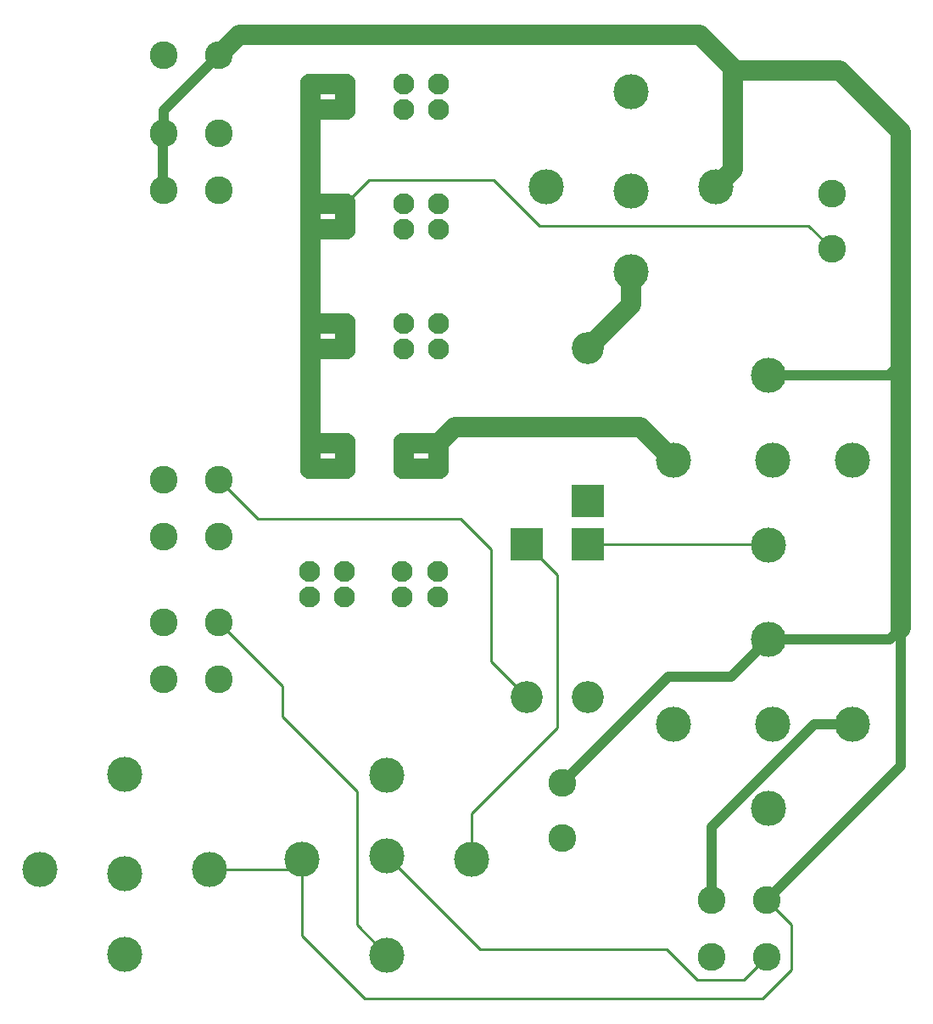
<source format=gbl>
%TF.GenerationSoftware,KiCad,Pcbnew,(6.0.5-0)*%
%TF.CreationDate,2022-06-03T22:28:26+01:00*%
%TF.ProjectId,12v-front-pcb,3132762d-6672-46f6-9e74-2d7063622e6b,rev?*%
%TF.SameCoordinates,Original*%
%TF.FileFunction,Copper,L2,Bot*%
%TF.FilePolarity,Positive*%
%FSLAX46Y46*%
G04 Gerber Fmt 4.6, Leading zero omitted, Abs format (unit mm)*
G04 Created by KiCad (PCBNEW (6.0.5-0)) date 2022-06-03 22:28:26*
%MOMM*%
%LPD*%
G01*
G04 APERTURE LIST*
%TA.AperFunction,ComponentPad*%
%ADD10C,2.775000*%
%TD*%
%TA.AperFunction,ComponentPad*%
%ADD11C,3.510000*%
%TD*%
%TA.AperFunction,ComponentPad*%
%ADD12C,2.100000*%
%TD*%
%TA.AperFunction,ComponentPad*%
%ADD13R,3.200000X3.200000*%
%TD*%
%TA.AperFunction,ComponentPad*%
%ADD14O,3.200000X3.200000*%
%TD*%
%TA.AperFunction,Conductor*%
%ADD15C,0.250000*%
%TD*%
%TA.AperFunction,Conductor*%
%ADD16C,2.000000*%
%TD*%
%TA.AperFunction,Conductor*%
%ADD17C,1.000000*%
%TD*%
G04 APERTURE END LIST*
D10*
X207518000Y-168624000D03*
X207518000Y-174124000D03*
X173260000Y-152598000D03*
X173260000Y-158298000D03*
X167760000Y-152598000D03*
X167760000Y-158298000D03*
X234442000Y-115348000D03*
X234442000Y-109848000D03*
X173260000Y-103830000D03*
X173260000Y-109530000D03*
X167760000Y-103830000D03*
X167760000Y-109530000D03*
X173260000Y-138374000D03*
X173260000Y-144074000D03*
X167760000Y-138374000D03*
X167760000Y-144074000D03*
X222404000Y-185984000D03*
X222404000Y-180284000D03*
X227904000Y-185984000D03*
X227904000Y-180284000D03*
X173260000Y-96012000D03*
X167760000Y-96012000D03*
D11*
X236539000Y-136398000D03*
X228539000Y-136398000D03*
X218629000Y-136398000D03*
X228129000Y-144848000D03*
X228129000Y-127948000D03*
X172280000Y-177264000D03*
X155380000Y-177264000D03*
X163830000Y-167764000D03*
X163830000Y-177674000D03*
X163830000Y-185674000D03*
D12*
X182372000Y-125285000D03*
X185872000Y-125285000D03*
X191672000Y-125285000D03*
X195172000Y-125285000D03*
X195172000Y-122785000D03*
X191672000Y-122785000D03*
X185872000Y-122785000D03*
X182372000Y-122785000D03*
D11*
X228129000Y-154259000D03*
X228129000Y-171159000D03*
X218629000Y-162709000D03*
X228539000Y-162709000D03*
X236539000Y-162709000D03*
D12*
X182372000Y-113347000D03*
X185872000Y-113347000D03*
X191672000Y-113347000D03*
X195172000Y-113347000D03*
X195172000Y-110847000D03*
X191672000Y-110847000D03*
X185872000Y-110847000D03*
X182372000Y-110847000D03*
D11*
X214376000Y-117602000D03*
X214376000Y-109602000D03*
X214376000Y-99692000D03*
X205926000Y-109192000D03*
X222826000Y-109192000D03*
D12*
X182372000Y-101409000D03*
X185872000Y-101409000D03*
X191672000Y-101409000D03*
X195172000Y-101409000D03*
X195172000Y-98909000D03*
X191672000Y-98909000D03*
X185872000Y-98909000D03*
X182372000Y-98909000D03*
X195072000Y-147511000D03*
X191572000Y-147511000D03*
X185772000Y-147511000D03*
X182272000Y-147511000D03*
X182272000Y-150011000D03*
X185772000Y-150011000D03*
X191572000Y-150011000D03*
X195072000Y-150011000D03*
D11*
X189992000Y-167829000D03*
X189992000Y-175829000D03*
X189992000Y-185739000D03*
X198442000Y-176239000D03*
X181542000Y-176239000D03*
D13*
X203962000Y-144780000D03*
D14*
X203962000Y-160020000D03*
D13*
X210058000Y-144780000D03*
D14*
X210058000Y-160020000D03*
D13*
X210058000Y-140462000D03*
D14*
X210058000Y-125222000D03*
D12*
X182372000Y-137223000D03*
X185872000Y-137223000D03*
X191672000Y-137223000D03*
X195172000Y-137223000D03*
X195172000Y-134723000D03*
X191672000Y-134723000D03*
X185872000Y-134723000D03*
X182372000Y-134723000D03*
D15*
X181542000Y-176239000D02*
X181542000Y-183800649D01*
X181542000Y-183800649D02*
X187817392Y-190076041D01*
X187817392Y-190076041D02*
X227499959Y-190076041D01*
X227499959Y-190076041D02*
X230378000Y-187198000D01*
X230378000Y-182758000D02*
X227904000Y-180284000D01*
X230378000Y-187198000D02*
X230378000Y-182758000D01*
X189992000Y-175829000D02*
X199313597Y-185150597D01*
X199313597Y-185150597D02*
X217916597Y-185150597D01*
X225674000Y-188214000D02*
X227904000Y-185984000D01*
X217916597Y-185150597D02*
X220980000Y-188214000D01*
X220980000Y-188214000D02*
X225674000Y-188214000D01*
D16*
X185872000Y-98909000D02*
X182372000Y-98909000D01*
X185872000Y-101409000D02*
X185872000Y-98909000D01*
X182372000Y-101409000D02*
X185872000Y-101409000D01*
X182372000Y-110847000D02*
X185872000Y-110847000D01*
X185872000Y-113347000D02*
X185872000Y-110847000D01*
X182372000Y-113347000D02*
X185872000Y-113347000D01*
X185872000Y-122785000D02*
X182372000Y-122785000D01*
X185872000Y-125285000D02*
X185872000Y-122785000D01*
X182372000Y-125285000D02*
X185872000Y-125285000D01*
X195172000Y-137223000D02*
X195172000Y-134723000D01*
X191672000Y-137223000D02*
X195172000Y-137223000D01*
X191672000Y-134723000D02*
X191672000Y-137223000D01*
X195172000Y-134723000D02*
X191672000Y-134723000D01*
X185872000Y-134723000D02*
X182372000Y-134723000D01*
X185872000Y-137223000D02*
X185872000Y-134723000D01*
X182372000Y-137223000D02*
X185872000Y-137223000D01*
X221996000Y-94742000D02*
X224790000Y-97536000D01*
X235204000Y-97536000D02*
X241300000Y-103632000D01*
X241300000Y-103632000D02*
X241300000Y-126746000D01*
X224790000Y-97536000D02*
X235204000Y-97536000D01*
X173260000Y-96012000D02*
X175292000Y-93980000D01*
X175292000Y-93980000D02*
X221234000Y-93980000D01*
X221234000Y-93980000D02*
X221996000Y-94742000D01*
D17*
X167760000Y-103830000D02*
X167760000Y-101512000D01*
X167760000Y-101512000D02*
X173260000Y-96012000D01*
D15*
X203962000Y-160020000D02*
X200406000Y-156464000D01*
X200406000Y-156464000D02*
X200406000Y-145288000D01*
X200406000Y-145288000D02*
X197358000Y-142240000D01*
X197358000Y-142240000D02*
X177126000Y-142240000D01*
X177126000Y-142240000D02*
X173260000Y-138374000D01*
X203962000Y-144780000D02*
X207010000Y-147828000D01*
X207010000Y-147828000D02*
X207010000Y-163068000D01*
X207010000Y-163068000D02*
X198442000Y-171636000D01*
X198442000Y-171636000D02*
X198442000Y-176239000D01*
X179612000Y-162018000D02*
X187012000Y-169418000D01*
X173260000Y-152598000D02*
X179612000Y-158950000D01*
X179612000Y-158950000D02*
X179612000Y-162018000D01*
X172280000Y-177264000D02*
X180517000Y-177264000D01*
X180517000Y-177264000D02*
X181542000Y-176239000D01*
X187012000Y-169418000D02*
X187012000Y-182759000D01*
X187012000Y-182759000D02*
X189992000Y-185739000D01*
D16*
X195172000Y-134723000D02*
X196799000Y-133096000D01*
X196799000Y-133096000D02*
X215327000Y-133096000D01*
X215327000Y-133096000D02*
X218629000Y-136398000D01*
D15*
X210058000Y-144780000D02*
X228061000Y-144780000D01*
X228061000Y-144780000D02*
X228129000Y-144848000D01*
D17*
X236539000Y-162709000D02*
X232683532Y-162709000D01*
X232683532Y-162709000D02*
X222404000Y-172988532D01*
X222404000Y-172988532D02*
X222404000Y-180284000D01*
X241300000Y-153162000D02*
X241300000Y-166888000D01*
X241300000Y-166888000D02*
X227904000Y-180284000D01*
X228129000Y-154259000D02*
X224374479Y-158013521D01*
X224374479Y-158013521D02*
X218128479Y-158013521D01*
X218128479Y-158013521D02*
X207518000Y-168624000D01*
D16*
X214376000Y-117602000D02*
X214376000Y-120904000D01*
X214376000Y-120904000D02*
X210058000Y-125222000D01*
D15*
X185872000Y-110847000D02*
X188261000Y-108458000D01*
X188261000Y-108458000D02*
X200660000Y-108458000D01*
X205232000Y-113030000D02*
X232124000Y-113030000D01*
X200660000Y-108458000D02*
X205232000Y-113030000D01*
X232124000Y-113030000D02*
X234442000Y-115348000D01*
D17*
X228129000Y-154259000D02*
X240203000Y-154259000D01*
X240203000Y-154259000D02*
X241300000Y-153162000D01*
D16*
X241300000Y-126746000D02*
X241300000Y-153162000D01*
D17*
X228129000Y-127948000D02*
X240098000Y-127948000D01*
X240098000Y-127948000D02*
X241300000Y-126746000D01*
D16*
X182372000Y-134723000D02*
X182372000Y-137223000D01*
X182372000Y-122785000D02*
X182372000Y-125285000D01*
X182372000Y-110847000D02*
X182372000Y-113347000D01*
X182372000Y-101409000D02*
X182372000Y-99241520D01*
X182372000Y-125285000D02*
X182372000Y-134723000D01*
X182372000Y-113347000D02*
X182372000Y-122785000D01*
X182372000Y-101409000D02*
X182372000Y-110847000D01*
X222826000Y-109192000D02*
X224580999Y-107437001D01*
X224580999Y-107437001D02*
X224580999Y-97326999D01*
X224580999Y-97326999D02*
X221996000Y-94742000D01*
D17*
X167640000Y-104084000D02*
X167640000Y-109784000D01*
M02*

</source>
